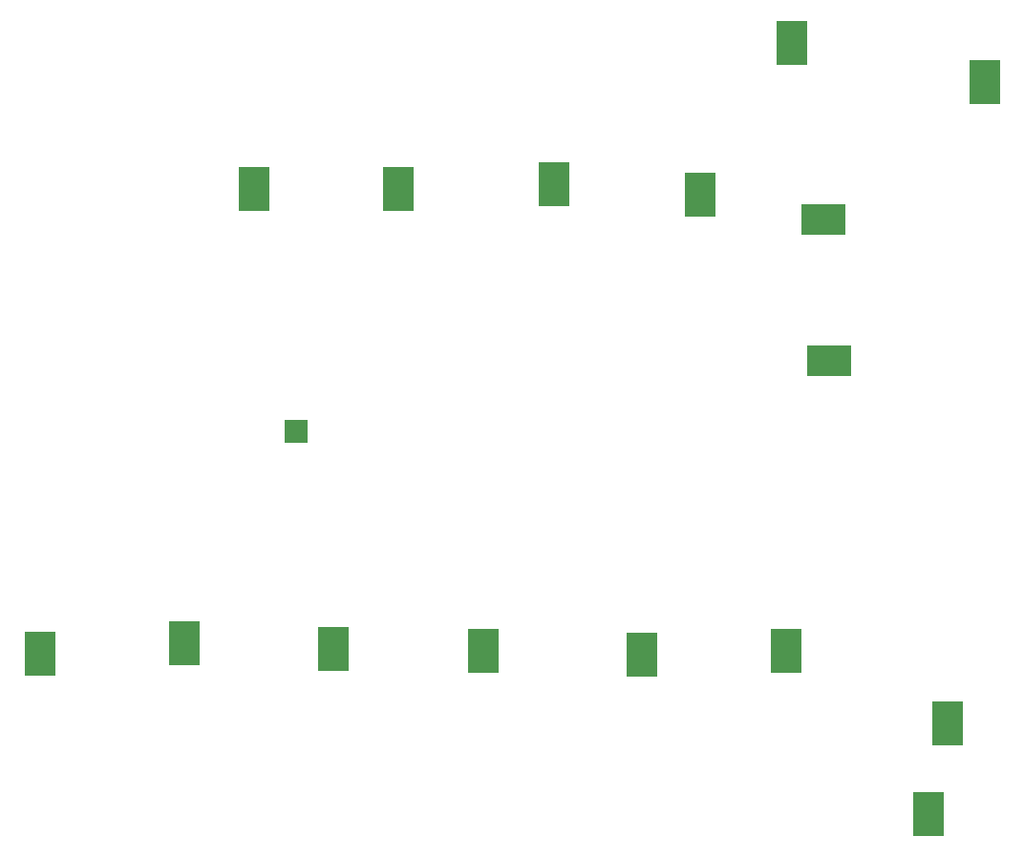
<source format=gbr>
G04 #@! TF.FileFunction,Paste,Bot*
%FSLAX46Y46*%
G04 Gerber Fmt 4.6, Leading zero omitted, Abs format (unit mm)*
G04 Created by KiCad (PCBNEW 4.0.7) date 03/20/19 16:08:22*
%MOMM*%
%LPD*%
G01*
G04 APERTURE LIST*
%ADD10C,0.050000*%
%ADD11R,2.400000X2.400000*%
%ADD12R,2.720000X4.000000*%
%ADD13R,4.000000X2.720000*%
%ADD14R,1.999488X1.999488*%
G04 APERTURE END LIST*
D10*
D11*
X152750000Y-75000000D03*
D12*
X152750000Y-75000000D03*
D11*
X113250000Y-74500000D03*
D12*
X113250000Y-74500000D03*
D11*
X139800000Y-74100000D03*
D12*
X139800000Y-74100000D03*
D11*
X126000000Y-74500000D03*
D12*
X126000000Y-74500000D03*
D11*
X164250000Y-89750000D03*
D13*
X164250000Y-89750000D03*
D11*
X163750000Y-77250000D03*
D13*
X163750000Y-77250000D03*
D11*
X178000000Y-65000000D03*
D12*
X178000000Y-65000000D03*
D11*
X160950000Y-61570000D03*
D12*
X160950000Y-61570000D03*
D11*
X147600000Y-115800000D03*
D12*
X147600000Y-115800000D03*
D11*
X160400000Y-115500000D03*
D12*
X160400000Y-115500000D03*
D11*
X173025000Y-129975000D03*
D12*
X173025000Y-129975000D03*
D11*
X174710000Y-121960000D03*
D12*
X174710000Y-121960000D03*
D11*
X107100000Y-114800000D03*
D12*
X107100000Y-114800000D03*
D11*
X120300000Y-115300000D03*
D12*
X120300000Y-115300000D03*
D11*
X133600000Y-115500000D03*
D12*
X133600000Y-115500000D03*
D14*
X117000000Y-96000000D03*
D11*
X94250000Y-115750000D03*
D12*
X94250000Y-115750000D03*
M02*

</source>
